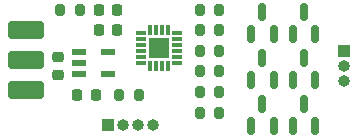
<source format=gbr>
%TF.GenerationSoftware,KiCad,Pcbnew,8.0.4-8.0.4-0~ubuntu20.04.1*%
%TF.CreationDate,2024-08-05T10:16:11+09:00*%
%TF.ProjectId,pcb_blheli_s,7063625f-626c-4686-956c-695f732e6b69,rev?*%
%TF.SameCoordinates,Original*%
%TF.FileFunction,Soldermask,Top*%
%TF.FilePolarity,Negative*%
%FSLAX46Y46*%
G04 Gerber Fmt 4.6, Leading zero omitted, Abs format (unit mm)*
G04 Created by KiCad (PCBNEW 8.0.4-8.0.4-0~ubuntu20.04.1) date 2024-08-05 10:16:11*
%MOMM*%
%LPD*%
G01*
G04 APERTURE LIST*
G04 Aperture macros list*
%AMRoundRect*
0 Rectangle with rounded corners*
0 $1 Rounding radius*
0 $2 $3 $4 $5 $6 $7 $8 $9 X,Y pos of 4 corners*
0 Add a 4 corners polygon primitive as box body*
4,1,4,$2,$3,$4,$5,$6,$7,$8,$9,$2,$3,0*
0 Add four circle primitives for the rounded corners*
1,1,$1+$1,$2,$3*
1,1,$1+$1,$4,$5*
1,1,$1+$1,$6,$7*
1,1,$1+$1,$8,$9*
0 Add four rect primitives between the rounded corners*
20,1,$1+$1,$2,$3,$4,$5,0*
20,1,$1+$1,$4,$5,$6,$7,0*
20,1,$1+$1,$6,$7,$8,$9,0*
20,1,$1+$1,$8,$9,$2,$3,0*%
G04 Aperture macros list end*
%ADD10R,0.900000X0.300000*%
%ADD11R,0.300000X0.900000*%
%ADD12R,1.800000X1.800000*%
%ADD13RoundRect,0.250000X-1.250000X-0.512000X1.250000X-0.512000X1.250000X0.512000X-1.250000X0.512000X0*%
%ADD14RoundRect,0.225000X-0.225000X-0.250000X0.225000X-0.250000X0.225000X0.250000X-0.225000X0.250000X0*%
%ADD15RoundRect,0.150000X0.150000X-0.587500X0.150000X0.587500X-0.150000X0.587500X-0.150000X-0.587500X0*%
%ADD16RoundRect,0.200000X-0.200000X-0.275000X0.200000X-0.275000X0.200000X0.275000X-0.200000X0.275000X0*%
%ADD17RoundRect,0.225000X-0.250000X0.225000X-0.250000X-0.225000X0.250000X-0.225000X0.250000X0.225000X0*%
%ADD18RoundRect,0.225000X0.225000X0.250000X-0.225000X0.250000X-0.225000X-0.250000X0.225000X-0.250000X0*%
%ADD19RoundRect,0.200000X0.200000X0.275000X-0.200000X0.275000X-0.200000X-0.275000X0.200000X-0.275000X0*%
%ADD20R,1.200000X0.600000*%
%ADD21R,1.000000X1.000000*%
%ADD22O,1.000000X1.000000*%
G04 APERTURE END LIST*
D10*
%TO.C,IC1*%
X123000000Y-100500000D03*
X123000000Y-101000000D03*
X123000000Y-101500000D03*
X123000000Y-102000000D03*
X123000000Y-102500000D03*
X123000000Y-103000000D03*
D11*
X123800000Y-103300000D03*
X124300000Y-103300000D03*
X124800000Y-103300000D03*
X125300000Y-103300000D03*
D10*
X126100000Y-103000000D03*
X126100000Y-102500000D03*
X126100000Y-102000000D03*
X126100000Y-101500000D03*
X126100000Y-101000000D03*
X126100000Y-100500000D03*
D11*
X125300000Y-100200000D03*
X124800000Y-100200000D03*
X124300000Y-100200000D03*
X123800000Y-100200000D03*
D12*
X124550000Y-101750000D03*
%TD*%
D13*
%TO.C,J1*%
X113303500Y-100210000D03*
X113303500Y-102750000D03*
X113303500Y-105290000D03*
%TD*%
D14*
%TO.C,C4*%
X119475000Y-98500000D03*
X121025000Y-98500000D03*
%TD*%
D15*
%TO.C,Q6*%
X135850000Y-108337500D03*
X137750000Y-108337500D03*
X136800000Y-106462500D03*
%TD*%
D16*
%TO.C,R6*%
X127975000Y-105500000D03*
X129625000Y-105500000D03*
%TD*%
%TO.C,R8*%
X127975000Y-107200000D03*
X129625000Y-107200000D03*
%TD*%
D17*
%TO.C,C2*%
X116000000Y-102475000D03*
X116000000Y-104025000D03*
%TD*%
D14*
%TO.C,C1*%
X119475000Y-100250000D03*
X121025000Y-100250000D03*
%TD*%
D18*
%TO.C,C3*%
X119175000Y-105700000D03*
X117625000Y-105700000D03*
%TD*%
D19*
%TO.C,R3*%
X129625000Y-100250000D03*
X127975000Y-100250000D03*
%TD*%
%TO.C,R5*%
X129625000Y-102000000D03*
X127975000Y-102000000D03*
%TD*%
D20*
%TO.C,IC2*%
X117750000Y-102050000D03*
X117750000Y-103000000D03*
X117750000Y-103950000D03*
X120250000Y-103950000D03*
X120250000Y-102050000D03*
%TD*%
D19*
%TO.C,R7*%
X129625000Y-103700000D03*
X127975000Y-103700000D03*
%TD*%
D21*
%TO.C,J2*%
X120230000Y-108250000D03*
D22*
X121500000Y-108250000D03*
X122770000Y-108250000D03*
X124040000Y-108250000D03*
%TD*%
D15*
%TO.C,Q4*%
X135850000Y-104437500D03*
X137750000Y-104437500D03*
X136800000Y-102562500D03*
%TD*%
%TO.C,Q1*%
X132350000Y-100537500D03*
X134250000Y-100537500D03*
X133300000Y-98662500D03*
%TD*%
D21*
%TO.C,J3*%
X140200000Y-102000000D03*
D22*
X140200000Y-103270000D03*
X140200000Y-104540000D03*
%TD*%
D15*
%TO.C,Q3*%
X132350000Y-104437500D03*
X134250000Y-104437500D03*
X133300000Y-102562500D03*
%TD*%
D16*
%TO.C,R4*%
X127975000Y-98500000D03*
X129625000Y-98500000D03*
%TD*%
D19*
%TO.C,R2*%
X117825000Y-98500000D03*
X116175000Y-98500000D03*
%TD*%
D15*
%TO.C,Q5*%
X132350000Y-108337500D03*
X134250000Y-108337500D03*
X133300000Y-106462500D03*
%TD*%
%TO.C,Q2*%
X135850000Y-100537500D03*
X137750000Y-100537500D03*
X136800000Y-98662500D03*
%TD*%
D19*
%TO.C,R1*%
X122825000Y-105750000D03*
X121175000Y-105750000D03*
%TD*%
M02*

</source>
